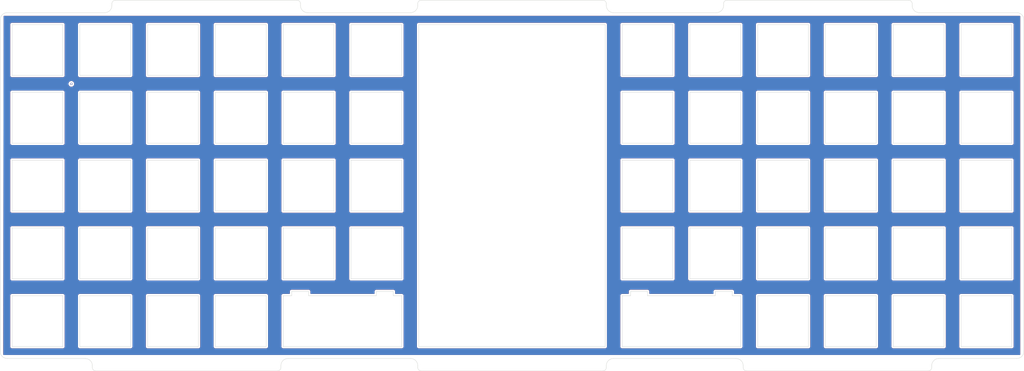
<source format=kicad_pcb>
(kicad_pcb (version 20211014) (generator pcbnew)
  (layers (0 "F.Cu" signal) (31 "B.Cu" signal) (34 "B.Paste" user) (35 "F.Paste" user) (36 "B.SilkS" user "B.Silkscreen") (37 "F.SilkS" user "F.Silkscreen") (38 "B.Mask" user) (39 "F.Mask" user) (44 "Edge.Cuts" user))
  (net 0 "")
  (gr_line (start 163.115625 118.348125) (end 165.496965 118.348233) (layer "Edge.Cuts") (width 0.1))
  (gr_line (start 170.259469 118.348233) (end 189.309485 118.348233) (layer "Edge.Cuts") (width 0.1))
  (gr_line (start 196.453125 42.148125) (end 182.165625 42.148125) (layer "Edge.Cuts") (width 0.1))
  (gr_line (start 215.503125 42.148125) (end 201.215625 42.148125) (layer "Edge.Cuts") (width 0.1))
  (gr_line (start 220.265625 56.435625) (end 220.265625 42.148125) (layer "Edge.Cuts") (width 0.1))
  (gr_line (start 239.315625 56.435625) (end 239.315625 42.148125) (layer "Edge.Cuts") (width 0.1))
  (gr_line (start 258.365625 56.435625) (end 258.365625 42.148125) (layer "Edge.Cuts") (width 0.1))
  (gr_line (start 182.165625 61.198125) (end 182.165625 75.485625) (layer "Edge.Cuts") (width 0.1))
  (gr_line (start 258.365625 75.485625) (end 258.365625 61.198125) (layer "Edge.Cuts") (width 0.1))
  (gr_line (start 253.603125 61.198125) (end 253.603125 75.485625) (layer "Edge.Cuts") (width 0.1))
  (gr_line (start 272.653125 75.485625) (end 258.365625 75.485625) (layer "Edge.Cuts") (width 0.1))
  (gr_line (start 272.653125 61.198125) (end 272.653125 75.485625) (layer "Edge.Cuts") (width 0.1))
  (gr_line (start 220.265625 75.485625) (end 220.265625 61.198125) (layer "Edge.Cuts") (width 0.1))
  (gr_line (start 163.115625 61.198125) (end 177.403125 61.198125) (layer "Edge.Cuts") (width 0.1))
  (gr_line (start 177.403125 75.485625) (end 163.115625 75.485625) (layer "Edge.Cuts") (width 0.1))
  (gr_line (start 234.553125 75.485625) (end 220.265625 75.485625) (layer "Edge.Cuts") (width 0.1))
  (gr_line (start 239.315625 75.485625) (end 239.315625 61.198125) (layer "Edge.Cuts") (width 0.1))
  (gr_line (start 220.265625 61.198125) (end 234.553125 61.198125) (layer "Edge.Cuts") (width 0.1))
  (gr_line (start 253.603125 75.485625) (end 239.315625 75.485625) (layer "Edge.Cuts") (width 0.1))
  (gr_line (start 177.403125 61.198125) (end 177.403125 75.485625) (layer "Edge.Cuts") (width 0.1))
  (gr_line (start 196.453125 61.198125) (end 182.165625 61.198125) (layer "Edge.Cuts") (width 0.1))
  (gr_line (start 196.453125 75.485625) (end 196.453125 61.198125) (layer "Edge.Cuts") (width 0.1))
  (gr_line (start 239.315625 61.198125) (end 253.603125 61.198125) (layer "Edge.Cuts") (width 0.1))
  (gr_line (start 215.503125 61.198125) (end 201.215625 61.198125) (layer "Edge.Cuts") (width 0.1))
  (gr_line (start 258.365625 61.198125) (end 272.653125 61.198125) (layer "Edge.Cuts") (width 0.1))
  (gr_line (start 234.553125 61.198125) (end 234.553125 75.485625) (layer "Edge.Cuts") (width 0.1))
  (gr_line (start 163.115625 75.485625) (end 163.115625 61.198125) (layer "Edge.Cuts") (width 0.1))
  (gr_line (start 201.215625 75.485625) (end 215.503125 75.485625) (layer "Edge.Cuts") (width 0.1))
  (gr_line (start 201.215625 61.198125) (end 201.215625 75.485625) (layer "Edge.Cuts") (width 0.1))
  (gr_line (start 215.503125 75.485625) (end 215.503125 61.198125) (layer "Edge.Cuts") (width 0.1))
  (gr_line (start 182.165625 75.485625) (end 196.453125 75.485625) (layer "Edge.Cuts") (width 0.1))
  (gr_line (start 177.403125 80.248125) (end 177.403125 94.535625) (layer "Edge.Cuts") (width 0.1))
  (gr_line (start 196.453125 80.248125) (end 182.165625 80.248125) (layer "Edge.Cuts") (width 0.1))
  (gr_line (start 220.265625 80.248125) (end 234.553125 80.248125) (layer "Edge.Cuts") (width 0.1))
  (gr_line (start 253.603125 94.535625) (end 239.315625 94.535625) (layer "Edge.Cuts") (width 0.1))
  (gr_line (start 234.553125 94.535625) (end 220.265625 94.535625) (layer "Edge.Cuts") (width 0.1))
  (gr_line (start 239.315625 94.535625) (end 239.315625 80.248125) (layer "Edge.Cuts") (width 0.1))
  (gr_line (start 234.553125 80.248125) (end 234.553125 94.535625) (layer "Edge.Cuts") (width 0.1))
  (gr_line (start 258.365625 80.248125) (end 272.653125 80.248125) (layer "Edge.Cuts") (width 0.1))
  (gr_line (start 182.165625 94.535625) (end 196.453125 94.535625) (layer "Edge.Cuts") (width 0.1))
  (gr_line (start 163.115625 94.535625) (end 163.115625 80.248125) (layer "Edge.Cuts") (width 0.1))
  (gr_line (start 253.603125 80.248125) (end 253.603125 94.535625) (layer "Edge.Cuts") (width 0.1))
  (gr_line (start 258.365625 94.535625) (end 258.365625 80.248125) (layer "Edge.Cuts") (width 0.1))
  (gr_line (start 201.215625 94.535625) (end 215.503125 94.535625) (layer "Edge.Cuts") (width 0.1))
  (gr_line (start 196.453125 94.535625) (end 196.453125 80.248125) (layer "Edge.Cuts") (width 0.1))
  (gr_line (start 272.653125 94.535625) (end 258.365625 94.535713) (layer "Edge.Cuts") (width 0.1))
  (gr_line (start 215.503125 94.535625) (end 215.503125 80.248125) (layer "Edge.Cuts") (width 0.1))
  (gr_line (start 201.215625 80.248125) (end 201.215625 94.535625) (layer "Edge.Cuts") (width 0.1))
  (gr_line (start 215.503125 80.248125) (end 201.215625 80.248125) (layer "Edge.Cuts") (width 0.1))
  (gr_line (start 182.165625 80.248125) (end 182.165625 94.535625) (layer "Edge.Cuts") (width 0.1))
  (gr_line (start 239.315625 80.248125) (end 253.603125 80.248125) (layer "Edge.Cuts") (width 0.1))
  (gr_line (start 272.653125 80.248125) (end 272.653125 94.535625) (layer "Edge.Cuts") (width 0.1))
  (gr_line (start 163.115625 80.248125) (end 177.403125 80.248125) (layer "Edge.Cuts") (width 0.1))
  (gr_line (start 220.265625 94.535625) (end 220.265625 80.248125) (layer "Edge.Cuts") (width 0.1))
  (gr_line (start 177.403125 94.535625) (end 163.115625 94.535625) (layer "Edge.Cuts") (width 0.1))
  (gr_line (start 258.365625 113.585625) (end 258.365625 99.298125) (layer "Edge.Cuts") (width 0.1))
  (gr_line (start 196.453125 99.298125) (end 182.165625 99.298125) (layer "Edge.Cuts") (width 0.1))
  (gr_line (start 253.603125 113.585625) (end 239.315625 113.585625) (layer "Edge.Cuts") (width 0.1))
  (gr_line (start 239.315625 99.298125) (end 253.603125 99.298125) (layer "Edge.Cuts") (width 0.1))
  (gr_line (start 220.265625 99.298125) (end 234.553125 99.298125) (layer "Edge.Cuts") (width 0.1))
  (gr_line (start 182.165625 99.298125) (end 182.165625 113.585625) (layer "Edge.Cuts") (width 0.1))
  (gr_line (start 201.215625 99.298125) (end 201.215625 113.585625) (layer "Edge.Cuts") (width 0.1))
  (gr_line (start 234.553125 99.298125) (end 234.553125 113.585625) (layer "Edge.Cuts") (width 0.1))
  (gr_line (start 177.403125 99.298125) (end 177.403125 113.585625) (layer "Edge.Cuts") (width 0.1))
  (gr_line (start 234.553125 113.585625) (end 220.265625 113.585625) (layer "Edge.Cuts") (width 0.1))
  (gr_line (start 201.215625 113.585625) (end 215.503125 113.585625) (layer "Edge.Cuts") (width 0.1))
  (gr_line (start 220.265625 113.585625) (end 220.265625 99.298125) (layer "Edge.Cuts") (width 0.1))
  (gr_line (start 239.315625 113.585625) (end 239.315625 99.298125) (layer "Edge.Cuts") (width 0.1))
  (gr_line (start 272.653125 99.298125) (end 272.653125 113.585625) (layer "Edge.Cuts") (width 0.1))
  (gr_line (start 196.453125 113.585625) (end 196.453125 99.298125) (layer "Edge.Cuts") (width 0.1))
  (gr_line (start 272.653125 113.585625) (end 258.365625 113.585625) (layer "Edge.Cuts") (width 0.1))
  (gr_line (start 182.165625 113.585625) (end 196.453125 113.585625) (layer "Edge.Cuts") (width 0.1))
  (gr_line (start 215.503125 99.298125) (end 201.215625 99.298125) (layer "Edge.Cuts") (width 0.1))
  (gr_line (start 215.503125 113.585625) (end 215.503125 99.298125) (layer "Edge.Cuts") (width 0.1))
  (gr_line (start 163.115625 99.298125) (end 177.403125 99.298125) (layer "Edge.Cuts") (width 0.1))
  (gr_line (start 177.403125 113.585625) (end 163.115625 113.585625) (layer "Edge.Cuts") (width 0.1))
  (gr_line (start 253.603125 99.298125) (end 253.603125 113.585625) (layer "Edge.Cuts") (width 0.1))
  (gr_line (start 163.115625 113.585625) (end 163.115625 99.298125) (layer "Edge.Cuts") (width 0.1))
  (gr_line (start 258.365625 99.298125) (end 272.653125 99.298125) (layer "Edge.Cuts") (width 0.1))
  (gr_line (start 201.215625 132.635625) (end 215.503125 132.635625) (layer "Edge.Cuts") (width 0.1))
  (gr_line (start 234.553125 118.348125) (end 234.553125 132.635625) (layer "Edge.Cuts") (width 0.1))
  (gr_line (start 234.553125 132.635625) (end 220.265625 132.635625) (layer "Edge.Cuts") (width 0.1))
  (gr_line (start 215.503125 118.348125) (end 201.215625 118.348125) (layer "Edge.Cuts") (width 0.1))
  (gr_line (start 253.603125 132.635625) (end 239.315625 132.635625) (layer "Edge.Cuts") (width 0.1))
  (gr_line (start 272.653125 132.635625) (end 258.365625 132.635625) (layer "Edge.Cuts") (width 0.1))
  (gr_line (start 220.265625 132.635625) (end 220.265625 118.348125) (layer "Edge.Cuts") (width 0.1))
  (gr_line (start 239.315625 132.635625) (end 239.315625 118.348125) (layer "Edge.Cuts") (width 0.1))
  (gr_line (start 272.653125 118.348125) (end 272.653125 132.635625) (layer "Edge.Cuts") (width 0.1))
  (gr_line (start 196.453125 132.635625) (end 196.453125 118.348125) (layer "Edge.Cuts") (width 0.1))
  (gr_line (start 253.603125 118.348125) (end 253.603125 132.635625) (layer "Edge.Cuts") (width 0.1))
  (gr_line (start 258.365625 132.635625) (end 258.365625 118.348125) (layer "Edge.Cuts") (width 0.1))
  (gr_line (start 163.115625 132.635625) (end 163.115625 118.348125) (layer "Edge.Cuts") (width 0.1))
  (gr_line (start 215.503125 132.635625) (end 215.503125 118.348125) (layer "Edge.Cuts") (width 0.1))
  (gr_line (start 239.315625 118.348125) (end 253.603125 118.348125) (layer "Edge.Cuts") (width 0.1))
  (gr_line (start 220.265625 118.348125) (end 234.553125 118.348125) (layer "Edge.Cuts") (width 0.1))
  (gr_line (start 201.215625 118.348125) (end 201.215625 132.635625) (layer "Edge.Cuts") (width 0.1))
  (gr_line (start 258.365625 118.348125) (end 272.653125 118.348125) (layer "Edge.Cuts") (width 0.1))
  (gr_line (start 196.453125 132.635625) (end 163.115625 132.635625) (layer "Edge.Cuts") (width 0.1))
  (gr_line (start 5.953125 42.148125) (end -8.334375 42.148125) (layer "Edge.Cuts") (width 0.1))
  (gr_line (start -8.334375 42.148125) (end -8.334375 56.435625) (layer "Edge.Cuts") (width 0.1))
  (gr_line (start 44.053125 61.198125) (end 29.765625 61.198125) (layer "Edge.Cuts") (width 0.1))
  (gr_line (start 10.715625 75.485625) (end 25.003125 75.485625) (layer "Edge.Cuts") (width 0.1))
  (gr_line (start 82.153125 42.148125) (end 82.153125 56.435625) (layer "Edge.Cuts") (width 0.1))
  (gr_line (start 82.153125 56.435625) (end 67.865625 56.435625) (layer "Edge.Cuts") (width 0.1))
  (gr_line (start -8.334375 113.585625) (end 5.953125 113.585625) (layer "Edge.Cuts") (width 0.1))
  (gr_line (start 5.953125 99.298125) (end -8.334375 99.298125) (layer "Edge.Cuts") (width 0.1))
  (gr_line (start 48.815625 56.435625) (end 48.815625 42.148125) (layer "Edge.Cuts") (width 0.1))
  (gr_line (start 48.815625 42.148125) (end 63.103125 42.148125) (layer "Edge.Cuts") (width 0.1))
  (gr_line (start 44.053125 42.148125) (end 29.765625 42.148125) (layer "Edge.Cuts") (width 0.1))
  (gr_line (start 29.765625 42.148125) (end 29.765625 56.435625) (layer "Edge.Cuts") (width 0.1))
  (gr_line (start 29.765625 56.435625) (end 44.053125 56.435625) (layer "Edge.Cuts") (width 0.1))
  (gr_line (start 44.053125 56.435625) (end 44.053125 42.148125) (layer "Edge.Cuts") (width 0.1))
  (gr_line (start 25.003125 42.148125) (end 10.715625 42.148125) (layer "Edge.Cuts") (width 0.1))
  (gr_line (start 10.715625 42.148125) (end 10.715625 56.435625) (layer "Edge.Cuts") (width 0.1))
  (gr_line (start 67.865625 56.435625) (end 67.865625 42.148125) (layer "Edge.Cuts") (width 0.1))
  (gr_line (start 67.865625 42.148125) (end 82.153125 42.148125) (layer "Edge.Cuts") (width 0.1))
  (gr_line (start -8.334375 56.435625) (end 5.953125 56.435625) (layer "Edge.Cuts") (width 0.1))
  (gr_line (start -8.334375 75.485625) (end 5.953125 75.485625) (layer "Edge.Cuts") (width 0.1))
  (gr_line (start 10.715625 56.435625) (end 25.003125 56.435625) (layer "Edge.Cuts") (width 0.1))
  (gr_line (start 25.003125 56.435625) (end 25.003125 42.148125) (layer "Edge.Cuts") (width 0.1))
  (gr_line (start 5.953125 56.435625) (end 5.953125 42.148125) (layer "Edge.Cuts") (width 0.1))
  (gr_line (start 70.246761 118.348233) (end 67.865625 118.348125) (layer "Edge.Cuts") (width 0.1))
  (gr_line (start 75.009265 117.157607) (end 75.009265 118.348233) (layer "Edge.Cuts") (width 0.1))
  (gr_line (start 98.821785 117.157607) (end 98.821785 118.348233) (layer "Edge.Cuts") (width 0.1))
  (gr_line (start 70.246761 118.348233) (end 70.246761 117.157607) (layer "Edge.Cuts") (width 0.1))
  (gr_line (start 101.203125 118.348125) (end 98.821785 118.348233) (layer "Edge.Cuts") (width 0.1))
  (gr_line (start 94.059281 118.348233) (end 94.059281 117.157607) (layer "Edge.Cuts") (width 0.1))
  (gr_line (start 101.203125 61.198125) (end 86.915625 61.198125) (layer "Edge.Cuts") (width 0.1))
  (gr_line (start 82.153125 61.198125) (end 82.153125 75.485625) (layer "Edge.Cuts") (width 0.1))
  (gr_line (start 86.915625 75.485625) (end 101.203125 75.485625) (layer "Edge.Cuts") (width 0.1))
  (gr_line (start 48.815625 61.198125) (end 63.103125 61.198125) (layer "Edge.Cuts") (width 0.1))
  (gr_line (start 86.915625 80.248125) (end 86.915625 94.535625) (layer "Edge.Cuts") (width 0.1))
  (gr_line (start 29.765625 61.198125) (end 29.765625 75.485625) (layer "Edge.Cuts") (width 0.1))
  (gr_line (start 101.203125 75.485625) (end 101.203125 61.198125) (layer "Edge.Cuts") (width 0.1))
  (gr_line (start -8.334375 61.198125) (end -8.334375 75.485625) (layer "Edge.Cuts") (width 0.1))
  (gr_line (start -8.334375 94.535625) (end 5.953125 94.535713) (layer "Edge.Cuts") (width 0.1))
  (gr_line (start 29.765625 94.535625) (end 44.053125 94.535625) (layer "Edge.Cuts") (width 0.1))
  (gr_line (start 25.003125 94.535625) (end 25.003125 80.248125) (layer "Edge.Cuts") (width 0.1))
  (gr_line (start 101.203125 42.148125) (end 86.915625 42.148125) (layer "Edge.Cuts") (width 0.1))
  (gr_line (start 10.715625 80.248125) (end 10.715625 94.535625) (layer "Edge.Cuts") (width 0.1))
  (gr_line (start 5.953125 94.535713) (end 5.953125 80.248125) (layer "Edge.Cuts") (width 0.1))
  (gr_line (start 5.953125 75.485625) (end 5.953125 61.198125) (layer "Edge.Cuts") (width 0.1))
  (gr_line (start 67.865625 99.298125) (end 82.153125 99.298125) (layer "Edge.Cuts") (width 0.1))
  (gr_line (start 29.765625 132.635625) (end 44.053125 132.635625) (layer "Edge.Cuts") (width 0.1))
  (gr_line (start 10.715625 113.585625) (end 25.003125 113.585625) (layer "Edge.Cuts") (width 0.1))
  (gr_line (start 82.153125 99.298125) (end 82.153125 113.585625) (layer "Edge.Cuts") (width 0.1))
  (gr_line (start 101.203125 113.585625) (end 101.203125 99.298125) (layer "Edge.Cuts") (width 0.1))
  (gr_line (start 63.103125 99.298125) (end 63.103125 113.585625) (layer "Edge.Cuts") (width 0.1))
  (gr_line (start 29.765625 80.248125) (end 29.765625 94.535625) (layer "Edge.Cuts") (width 0.1))
  (gr_line (start 29.765625 99.298125) (end 29.765625 113.585625) (layer "Edge.Cuts") (width 0.1))
  (gr_line (start 82.153125 94.535625) (end 67.865625 94.535625) (layer "Edge.Cuts") (width 0.1))
  (gr_line (start 86.915625 99.298125) (end 86.915625 113.585625) (layer "Edge.Cuts") (width 0.1))
  (gr_line (start 101.203125 94.535625) (end 101.203125 80.248125) (layer "Edge.Cuts") (width 0.1))
  (gr_line (start 29.765625 113.585625) (end 44.053125 113.585625) (layer "Edge.Cuts") (width 0.1))
  (gr_line (start 94.059281 118.348233) (end 75.009265 118.348233) (layer "Edge.Cuts") (width 0.1))
  (gr_line (start 63.103125 113.585625) (end 48.815625 113.585625) (layer "Edge.Cuts") (width 0.1))
  (gr_line (start 10.715625 118.348125) (end 10.715625 132.635625) (layer "Edge.Cuts") (width 0.1))
  (gr_line (start 44.053125 113.585625) (end 44.053125 99.298125) (layer "Edge.Cuts") (width 0.1))
  (gr_line (start 44.053125 132.635625) (end 44.053125 118.348125) (layer "Edge.Cuts") (width 0.1))
  (gr_line (start 25.003125 113.585625) (end 25.003125 99.298125) (layer "Edge.Cuts") (width 0.1))
  (gr_line (start 48.815625 132.635625) (end 48.815625 118.348125) (layer "Edge.Cuts") (width 0.1))
  (gr_line (start 67.865625 113.585625) (end 67.865625 99.298125) (layer "Edge.Cuts") (width 0.1))
  (gr_line (start 63.103125 132.635625) (end 48.815625 132.635625) (layer "Edge.Cuts") (width 0.1))
  (gr_line (start 82.153125 113.585625) (end 67.865625 113.585625) (layer "Edge.Cuts") (width 0.1))
  (gr_line (start 10.715625 132.635625) (end 25.003125 132.635625) (layer "Edge.Cuts") (width 0.1))
  (gr_line (start 48.815625 99.298125) (end 63.103125 99.298125) (layer "Edge.Cuts") (width 0.1))
  (gr_line (start 25.003125 132.635625) (end 25.003125 118.348125) (layer "Edge.Cuts") (width 0.1))
  (gr_line (start 48.815625 113.585625) (end 48.815625 99.298125) (layer "Edge.Cuts") (width 0.1))
  (gr_line (start 48.815625 94.535625) (end 48.815625 80.248125) (layer "Edge.Cuts") (width 0.1))
  (gr_line (start 63.103125 80.248125) (end 63.103125 94.535625) (layer "Edge.Cuts") (width 0.1))
  (gr_line (start 48.815625 80.248125) (end 63.103125 80.248125) (layer "Edge.Cuts") (width 0.1))
  (gr_line (start 25.003125 99.298125) (end 10.715625 99.298125) (layer "Edge.Cuts") (width 0.1))
  (gr_line (start 63.103125 56.435625) (end 48.815625 56.435625) (layer "Edge.Cuts") (width 0.1))
  (gr_line (start 101.203125 99.298125) (end 86.915625 99.298125) (layer "Edge.Cuts") (width 0.1))
  (gr_line (start 44.053125 99.298125) (end 29.765625 99.298125) (layer "Edge.Cuts") (width 0.1))
  (gr_line (start 82.153125 80.248125) (end 82.153125 94.535625) (layer "Edge.Cuts") (width 0.1))
  (gr_line (start 25.003125 80.248125) (end 10.715625 80.248125) (layer "Edge.Cuts") (width 0.1))
  (gr_line (start 63.103125 42.148125) (end 63.103125 56.435625) (layer "Edge.Cuts") (width 0.1))
  (gr_line (start 67.865625 132.635625) (end 67.865625 118.348125) (layer "Edge.Cuts") (width 0.1))
  (gr_line (start 86.915625 42.148125) (end 86.915625 56.435625) (layer "Edge.Cuts") (width 0.1))
  (gr_line (start 86.915625 56.435625) (end 101.203125 56.435625) (layer "Edge.Cuts") (width 0.1))
  (gr_line (start 67.865625 132.635625) (end 101.203125 132.635625) (layer "Edge.Cuts") (width 0.1))
  (gr_line (start 86.915625 61.198125) (end 86.915625 75.485625) (layer "Edge.Cuts") (width 0.1))
  (gr_line (start 67.865625 61.198125) (end 82.153125 61.198125) (layer "Edge.Cuts") (width 0.1))
  (gr_line (start 63.103125 75.485625) (end 48.815625 75.485625) (layer "Edge.Cuts") (width 0.1))
  (gr_line (start 5.953125 132.635625) (end 5.953125 118.348125) (layer "Edge.Cuts") (width 0.1))
  (gr_line (start 63.103125 118.348125) (end 63.103125 132.635625) (layer "Edge.Cuts") (width 0.1))
  (gr_line (start 94.059281 117.157607) (end 98.821785 117.157607) (layer "Edge.Cuts") (width 0.1))
  (gr_line (start 86.915625 113.585625) (end 101.203125 113.585625) (layer "Edge.Cuts") (width 0.1))
  (gr_line (start 10.715625 99.298125) (end 10.715625 113.585625) (layer "Edge.Cuts") (width 0.1))
  (gr_line (start 29.765625 118.348125) (end 29.765625 132.635625) (layer "Edge.Cuts") (width 0.1))
  (gr_line (start 25.003125 118.348125) (end 10.715625 118.348125) (layer "Edge.Cuts") (width 0.1))
  (gr_line (start 44.053125 118.348125) (end 29.765625 118.348125) (layer "Edge.Cuts") (width 0.1))
  (gr_line (start 70.246761 117.157607) (end 75.009265 117.157607) (layer "Edge.Cuts") (width 0.1))
  (gr_line (start -8.334375 118.348125) (end -8.334375 132.635625) (layer "Edge.Cuts") (width 0.1))
  (gr_line (start 5.953125 118.348125) (end -8.334375 118.348125) (layer "Edge.Cuts") (width 0.1))
  (gr_line (start -8.334375 132.635625) (end 5.953125 132.635625) (layer "Edge.Cuts") (width 0.1))
  (gr_line (start 5.953125 61.198125) (end -8.334375 61.198125) (layer "Edge.Cuts") (width 0.1))
  (gr_line (start -8.334375 80.248125) (end -8.334375 94.535625) (layer "Edge.Cuts") (width 0.1))
  (gr_line (start 5.953125 80.248125) (end -8.334375 80.248125) (layer "Edge.Cuts") (width 0.1))
  (gr_line (start 63.103125 61.198125) (end 63.103125 75.485625) (layer "Edge.Cuts") (width 0.1))
  (gr_line (start 67.865625 80.248125) (end 82.153125 80.248125) (layer "Edge.Cuts") (width 0.1))
  (gr_line (start 44.053125 80.248125) (end 29.765625 80.248125) (layer "Edge.Cuts") (width 0.1))
  (gr_line (start 48.815625 75.485625) (end 48.815625 61.198125) (layer "Edge.Cuts") (width 0.1))
  (gr_line (start 67.865625 94.535625) (end 67.865625 80.248125) (layer "Edge.Cuts") (width 0.1))
  (gr_line (start 101.203125 80.248125) (end 86.915625 80.248125) (layer "Edge.Cuts") (width 0.1))
  (gr_line (start 44.053125 94.535625) (end 44.053125 80.248125) (layer "Edge.Cuts") (width 0.1))
  (gr_line (start 86.915625 94.535625) (end 101.203125 94.535625) (layer "Edge.Cuts") (width 0.1))
  (gr_line (start 63.103125 94.535625) (end 48.815625 94.535625) (layer "Edge.Cuts") (width 0.1))
  (gr_line (start 67.865625 75.485625) (end 67.865625 61.198125) (layer "Edge.Cuts") (width 0.1))
  (gr_line (start 25.003125 61.198125) (end 10.715625 61.198125) (layer "Edge.Cuts") (width 0.1))
  (gr_line (start 10.715625 61.198125) (end 10.715625 75.485625) (layer "Edge.Cuts") (width 0.1))
  (gr_line (start 5.953125 113.585625) (end 5.953125 99.298125) (layer "Edge.Cuts") (width 0.1))
  (gr_line (start -8.334375 99.298125) (end -8.334375 113.585625) (layer "Edge.Cuts") (width 0.1))
  (gr_line (start 25.003125 75.485625) (end 25.003125 61.198125) (layer "Edge.Cuts") (width 0.1))
  (gr_line (start 82.153125 75.485625) (end 67.865625 75.485625) (layer "Edge.Cuts") (width 0.1))
  (gr_line (start 48.815625 118.348125) (end 63.103125 118.348125) (layer "Edge.Cuts") (width 0.1))
  (gr_line (start 10.715625 94.535625) (end 25.003125 94.535625) (layer "Edge.Cuts") (width 0.1))
  (gr_line (start 44.053125 75.485625) (end 44.053125 61.198125) (layer "Edge.Cuts") (width 0.1))
  (gr_line (start 29.765625 75.485625) (end 44.053125 75.485625) (layer "Edge.Cuts") (width 0.1))
  (gr_line (start 158.35379 42.148332) (end 105.965625 42.148125) (layer "Edge.Cuts") (width 0.1))
  (gr_line (start 189.309485 117.157607) (end 189.309485 118.348233) (layer "Edge.Cuts") (width 0.1))
  (gr_line (start 220.265625 42.148125) (end 234.553125 42.148125) (layer "Edge.Cuts") (width 0.1))
  (gr_line (start 105.684087 36.792082) (end 105.684087 36.292082) (layer "Edge.Cuts") (width 0.1))
  (gr_arc (start -11.665913 40.792082) (mid -11.080127 39.377868) (end -9.665913 38.792082) (layer "Edge.Cuts") (width 0.1))
  (gr_line (start 201.215625 42.148125) (end 201.215625 56.435625) (layer "Edge.Cuts") (width 0.1))
  (gr_arc (start 198.134087 139.492082) (mid 197.42698 139.199189) (end 197.134087 138.492082) (layer "Edge.Cuts") (width 0.1))
  (gr_line (start 272.653125 42.148125) (end 272.653125 56.435625) (layer "Edge.Cuts") (width 0.1))
  (gr_line (start 182.165625 42.148125) (end 182.165625 56.435625) (layer "Edge.Cuts") (width 0.1))
  (gr_line (start 272.653125 56.435625) (end 258.365625 56.435625) (layer "Edge.Cuts") (width 0.1))
  (gr_line (start 66.234087 139.492082) (end 15.234087 139.492082) (layer "Edge.Cuts") (width 0.1))
  (gr_arc (start 103.684087 135.992082) (mid 105.098301 136.577868) (end 105.684087 137.992082) (layer "Edge.Cuts") (width 0.1))
  (gr_line (start 196.453125 56.435625) (end 196.453125 42.148125) (layer "Edge.Cuts") (width 0.1))
  (gr_line (start 234.553125 42.148125) (end 234.553125 56.435625) (layer "Edge.Cuts") (width 0.1))
  (gr_line (start 195.134087 135.992082) (end 160.684087 135.992082) (layer "Edge.Cuts") (width 0.1))
  (gr_arc (start 106.684087 139.492082) (mid 105.97698 139.199189) (end 105.684087 138.492082) (layer "Edge.Cuts") (width 0.1))
  (gr_arc (start 105.684087 36.292082) (mid 105.97698 35.584975) (end 106.684087 35.292082) (layer "Edge.Cuts") (width 0.1))
  (gr_line (start 215.503125 56.435625) (end 215.503125 42.148125) (layer "Edge.Cuts") (width 0.1))
  (gr_arc (start 12.234087 135.992082) (mid 13.648301 136.577868) (end 14.234087 137.992082) (layer "Edge.Cuts") (width 0.1))
  (gr_line (start 74.734087 38.792082) (end 103.684087 38.792082) (layer "Edge.Cuts") (width 0.1))
  (gr_line (start 67.234087 137.992082) (end 67.234087 138.492082) (layer "Edge.Cuts") (width 0.1))
  (gr_line (start 106.684087 35.292082) (end 157.684087 35.292082) (layer "Edge.Cuts") (width 0.1))
  (gr_line (start 276.034087 40.792082) (end 276.034087 133.992082) (layer "Edge.Cuts") (width 0.1))
  (gr_line (start 253.603125 56.435625) (end 239.315625 56.435625) (layer "Edge.Cuts") (width 0.1))
  (gr_line (start 157.684087 139.492082) (end 106.684087 139.492082) (layer "Edge.Cuts") (width 0.1))
  (gr_line (start 201.215625 56.435625) (end 215.503125 56.435625) (layer "Edge.Cuts") (width 0.1))
  (gr_arc (start -9.665913 135.992082) (mid -11.080127 135.406296) (end -11.665913 133.992082) (layer "Edge.Cuts") (width 0.1))
  (gr_line (start 14.234087 138.492082) (end 14.234087 137.992082) (layer "Edge.Cuts") (width 0.1))
  (gr_arc (start 71.734087 35.292082) (mid 72.441194 35.584975) (end 72.734087 36.292082) (layer "Edge.Cuts") (width 0.1))
  (gr_line (start 160.684087 38.792082) (end 189.634087 38.792082) (layer "Edge.Cuts") (width 0.1))
  (gr_line (start 20.734087 35.292082) (end 71.734087 35.292082) (layer "Edge.Cuts") (width 0.1))
  (gr_line (start 105.965625 42.148125) (end 105.965625 132.635625) (layer "Edge.Cuts") (width 0.1))
  (gr_line (start 194.071989 118.348233) (end 194.071989 117.157607) (layer "Edge.Cuts") (width 0.1))
  (gr_line (start 158.684087 36.292082) (end 158.684087 36.792082) (layer "Edge.Cuts") (width 0.1))
  (gr_line (start 234.553125 56.435625) (end 220.265625 56.435625) (layer "Edge.Cuts") (width 0.1))
  (gr_line (start 177.403125 56.435625) (end 163.115625 56.435625) (layer "Edge.Cuts") (width 0.1))
  (gr_arc (start 191.634087 36.792082) (mid 191.048301 38.206296) (end 189.634087 38.792082) (layer "Edge.Cuts") (width 0.1))
  (gr_line (start 170.259469 117.157607) (end 165.496965 117.157607) (layer "Edge.Cuts") (width 0.1))
  (gr_line (start 177.403125 42.148125) (end 177.403125 56.435625) (layer "Edge.Cuts") (width 0.1))
  (gr_arc (start 158.684087 137.992082) (mid 159.269873 136.577868) (end 160.684087 135.992082) (layer "Edge.Cuts") (width 0.1))
  (gr_line (start 258.365625 42.148125) (end 272.653125 42.148125) (layer "Edge.Cuts") (width 0.1))
  (gr_line (start 253.603125 42.148125) (end 253.603125 56.435625) (layer "Edge.Cuts") (width 0.1))
  (gr_arc (start 250.134087 137.992082) (mid 250.719873 136.577868) (end 252.134087 135.992082) (layer "Edge.Cuts") (width 0.1))
  (gr_arc (start 250.134087 138.492082) (mid 249.841194 139.199189) (end 249.134087 139.492082) (layer "Edge.Cuts") (width 0.1))
  (gr_arc (start 243.634087 35.292082) (mid 244.341194 35.584975) (end 244.634087 36.292082) (layer "Edge.Cuts") (width 0.1))
  (gr_line (start 101.203125 132.635625) (end 101.203125 118.348125) (layer "Edge.Cuts") (width 0.1))
  (gr_line (start 249.134087 139.492082) (end 198.134087 139.492082) (layer "Edge.Cuts") (width 0.1))
  (gr_line (start 165.496965 117.157607) (end 165.496965 118.348233) (layer "Edge.Cuts") (width 0.1))
  (gr_line (start -9.665913 38.792082) (end 17.734087 38.792082) (layer "Edge.Cuts") (width 0.1))
  (gr_line (start 12.234087 135.992082) (end -9.665913 135.992082) (layer "Edge.Cuts") (width 0.1))
  (gr_line (start 103.684087 135.992082) (end 69.234087 135.992082) (layer "Edge.Cuts") (width 0.1))
  (gr_arc (start 74.734087 38.792082) (mid 73.319873 38.206296) (end 72.734087 36.792082) (layer "Edge.Cuts") (width 0.1))
  (gr_arc (start 105.684087 36.792082) (mid 105.098301 38.206296) (end 103.684087 38.792082) (layer "Edge.Cuts") (width 0.1))
  (gr_arc (start 19.734087 36.292082) (mid 20.02698 35.584975) (end 20.734087 35.292082) (layer "Edge.Cuts") (width 0.1))
  (gr_line (start 105.684087 138.492082) (end 105.684087 137.992082) (layer "Edge.Cuts") (width 0.1))
  (gr_line (start 194.071989 117.157607) (end 189.309485 117.157607) (layer "Edge.Cuts") (width 0.1))
  (gr_line (start 105.965625 132.635625) (end 158.35379 132.635832) (layer "Edge.Cuts") (width 0.1))
  (gr_arc (start 15.234087 139.492082) (mid 14.52698 139.199189) (end 14.234087 138.492082) (layer "Edge.Cuts") (width 0.1))
  (gr_line (start 192.634087 35.292082) (end 243.634087 35.292082) (layer "Edge.Cuts") (width 0.1))
  (gr_arc (start 274.034087 38.792082) (mid 275.448301 39.377868) (end 276.034087 40.792082) (layer "Edge.Cuts") (width 0.1))
  (gr_line (start 244.634087 36.292082) (end 244.634087 36.792082) (layer "Edge.Cuts") (width 0.1))
  (gr_line (start 72.734087 36.292082) (end 72.734087 36.792082) (layer "Edge.Cuts") (width 0.1))
  (gr_line (start 182.165625 56.435625) (end 196.453125 56.435625) (layer "Edge.Cuts") (width 0.1))
  (gr_arc (start 191.634087 36.292082) (mid 191.92698 35.584975) (end 192.634087 35.292082) (layer "Edge.Cuts") (width 0.1))
  (gr_line (start 170.259469 118.348233) (end 170.259469 117.157607) (layer "Edge.Cuts") (width 0.1))
  (gr_line (start 246.634087 38.792082) (end 274.034087 38.792082) (layer "Edge.Cuts") (width 0.1))
  (gr_line (start 250.134087 137.992082) (end 250.134087 138.492082) (layer "Edge.Cuts") (width 0.1))
  (gr_arc (start 67.234087 137.992082) (mid 67.819873 136.577868) (end 69.234087 135.992082) (layer "Edge.Cuts") (width 0.1))
  (gr_line (start -11.665913 133.992082) (end -11.665913 40.792082) (layer "Edge.Cuts") (width 0.1))
  (gr_arc (start 157.684087 35.292082) (mid 158.391194 35.584975) (end 158.684087 36.292082) (layer "Edge.Cuts") (width 0.1))
  (gr_line (start 19.734087 36.792082) (end 19.734087 36.292082) (layer "Edge.Cuts") (width 0.1))
  (gr_line (start 158.684087 137.992082) (end 158.684087 138.492082) (layer "Edge.Cuts") (width 0.1))
  (gr_arc (start 195.134087 135.992082) (mid 196.548301 136.577868) (end 197.134087 137.992082) (layer "Edge.Cuts") (width 0.1))
  (gr_line (start 191.634087 36.792082) (end 191.634087 36.292082) (layer "Edge.Cuts") (width 0.1))
  (gr_arc (start 158.684087 138.492082) (mid 158.391194 139.199189) (end 157.684087 139.492082) (layer "Edge.Cuts") (width 0.1))
  (gr_line (start 163.115625 42.148125) (end 177.403125 42.148125) (layer "Edge.Cuts") (width 0.1))
  (gr_arc (start 246.634087 38.792082) (mid 245.219873 38.206296) (end 244.634087 36.792082) (layer "Edge.Cuts") (width 0.1))
  (gr_line (start 101.203125 42.148125) (end 101.203125 56.435625) (layer "Edge.Cuts") (width 0.1))
  (gr_arc (start 67.234087 138.492082) (mid 66.941194 139.199189) (end 66.234087 139.492082) (layer "Edge.Cuts") (width 0.1))
  (gr_line (start 239.315625 42.148125) (end 253.603125 42.148125) (layer "Edge.Cuts") (width 0.1))
  (gr_line (start 194.071989 118.348233) (end 196.453241 118.348233) (layer "Edge.Cuts") (width 0.1))
  (gr_arc (start 19.734087 36.792082) (mid 19.148301 38.206296) (end 17.734087 38.792082) (layer "Edge.Cuts") (width 0.1))
  (gr_line (start 158.35379 42.148332) (end 158.35379 132.635832) (layer "Edge.Cuts") (width 0.1))
  (gr_arc (start 276.034087 133.992082) (mid 275.448301 135.406296) (end 274.034087 135.992082) (layer "Edge.Cuts") (width 0.1))
  (gr_line (start 197.134087 138.492082) (end 197.134087 137.992082) (layer "Edge.Cuts") (width 0.1))
  (gr_line (start 274.034087 135.992082) (end 252.134087 135.992082) (layer "Edge.Cuts") (width 0.1))
  (gr_line (start 163.115625 42.148125) (end 163.115625 56.435625) (layer "Edge.Cuts") (width 0.1))
  (gr_arc (start 160.684087 38.792082) (mid 159.269873 38.206296) (end 158.684087 36.792082) (layer "Edge.Cuts") (width 0.1))
  (via (at 8.334375 58.816875) (size 0.6) (drill 0.4) (layers "F.Cu" "B.Cu") (net 0))
  (zone (net 0) (net_name "") (layer "F.Cu") (connect_pads (clearance 0.508)) (min_thickness 0.254) (fill yes (thermal_gap 0.508) (thermal_bridge_width 0.508))
    (polygon (pts (xy 275 135) (xy -10.8 135) (xy -10.7 39.7) (xy 275 39.7)))
  )
  (zone (net 0) (net_name "") (layer "B.Cu") (connect_pads (clearance 0.508)) (min_thickness 0.254) (fill yes (thermal_gap 0.508) (thermal_bridge_width 0.508))
    (polygon (pts (xy 275 135) (xy -10.8 135) (xy -10.7 39.7) (xy 275 39.7)))
  )
)
</source>
